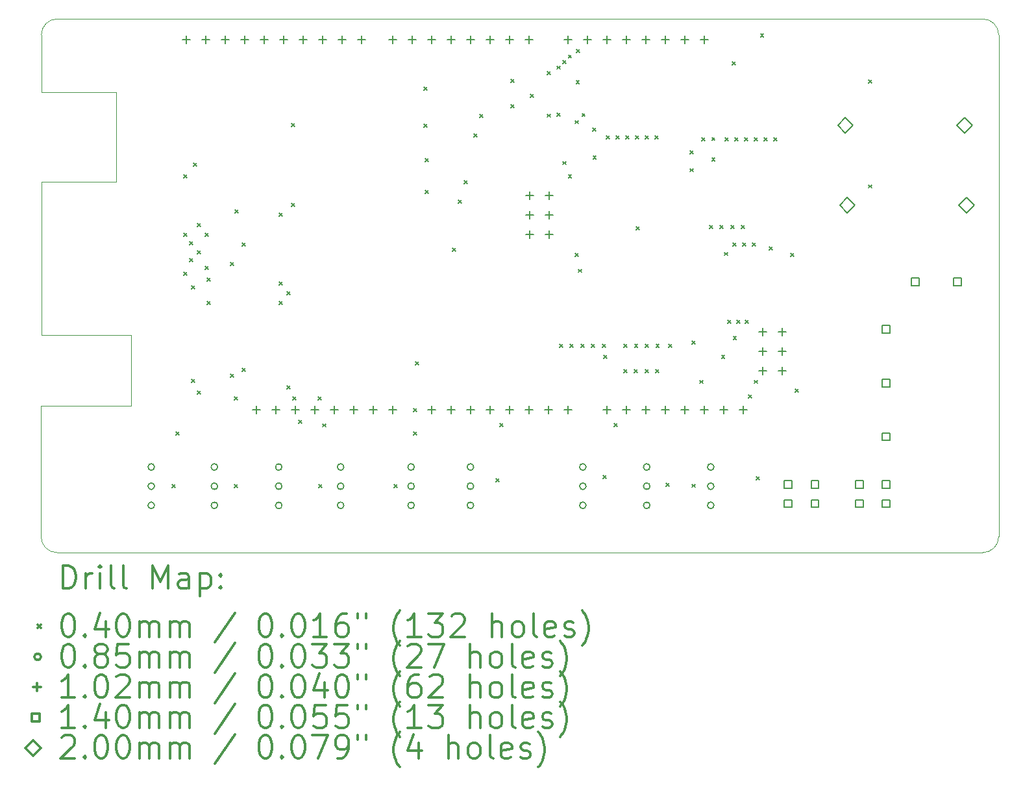
<source format=gbr>
%FSLAX45Y45*%
G04 Gerber Fmt 4.5, Leading zero omitted, Abs format (unit mm)*
G04 Created by KiCad (PCBNEW (5.1.2)-2) date 2020-01-30 23:29:07*
%MOMM*%
%LPD*%
G04 APERTURE LIST*
%ADD10C,0.050000*%
%ADD11C,0.200000*%
%ADD12C,0.300000*%
G04 APERTURE END LIST*
D10*
X8511540Y-9570720D02*
X8511540Y-8822690D01*
X21000720Y-8825200D02*
X21000720Y-15363190D01*
X8718550Y-15572740D02*
G75*
G02X8508980Y-15360635I-20J209565D01*
G01*
X21000735Y-15363190D02*
G75*
G02X20788630Y-15572740I-209565J0D01*
G01*
X20791150Y-8613125D02*
G75*
G02X21000720Y-8825230I20J-209565D01*
G01*
X8511540Y-8822690D02*
G75*
G02X8723645Y-8613120I209565J20D01*
G01*
X9486900Y-9570720D02*
X8511540Y-9570720D01*
X9486900Y-10736580D02*
X9486900Y-9570720D01*
X8511540Y-10736580D02*
X9486900Y-10736580D01*
X8511540Y-12738100D02*
X8511540Y-10736580D01*
X9679940Y-12738100D02*
X8511540Y-12738100D01*
X9679940Y-13660120D02*
X9679940Y-12738100D01*
X8509000Y-13660120D02*
X9679940Y-13660120D01*
X8509000Y-13883640D02*
X8509000Y-13660120D01*
X20791150Y-8613125D02*
X8723645Y-8613140D01*
X8718550Y-15572740D02*
X20788630Y-15572740D01*
X8509000Y-13883640D02*
X8508980Y-15360635D01*
D11*
X10216200Y-14686600D02*
X10256200Y-14726600D01*
X10256200Y-14686600D02*
X10216200Y-14726600D01*
X10267000Y-14000800D02*
X10307000Y-14040800D01*
X10307000Y-14000800D02*
X10267000Y-14040800D01*
X10368600Y-10648000D02*
X10408600Y-10688000D01*
X10408600Y-10648000D02*
X10368600Y-10688000D01*
X10368600Y-11410000D02*
X10408600Y-11450000D01*
X10408600Y-11410000D02*
X10368600Y-11450000D01*
X10368600Y-11918000D02*
X10408600Y-11958000D01*
X10408600Y-11918000D02*
X10368600Y-11958000D01*
X10444800Y-11520000D02*
X10484800Y-11560000D01*
X10484800Y-11520000D02*
X10444800Y-11560000D01*
X10444800Y-11740200D02*
X10484800Y-11780200D01*
X10484800Y-11740200D02*
X10444800Y-11780200D01*
X10470200Y-12095800D02*
X10510200Y-12135800D01*
X10510200Y-12095800D02*
X10470200Y-12135800D01*
X10470200Y-13315000D02*
X10510200Y-13355000D01*
X10510200Y-13315000D02*
X10470200Y-13355000D01*
X10495600Y-10495600D02*
X10535600Y-10535600D01*
X10535600Y-10495600D02*
X10495600Y-10535600D01*
X10546400Y-11283000D02*
X10586400Y-11323000D01*
X10586400Y-11283000D02*
X10546400Y-11323000D01*
X10546400Y-11638600D02*
X10586400Y-11678600D01*
X10586400Y-11638600D02*
X10546400Y-11678600D01*
X10546400Y-13467400D02*
X10586400Y-13507400D01*
X10586400Y-13467400D02*
X10546400Y-13507400D01*
X10648000Y-11410000D02*
X10688000Y-11450000D01*
X10688000Y-11410000D02*
X10648000Y-11450000D01*
X10648000Y-11841800D02*
X10688000Y-11881800D01*
X10688000Y-11841800D02*
X10648000Y-11881800D01*
X10673400Y-11990500D02*
X10713400Y-12030500D01*
X10713400Y-11990500D02*
X10673400Y-12030500D01*
X10673400Y-12299000D02*
X10713400Y-12339000D01*
X10713400Y-12299000D02*
X10673400Y-12339000D01*
X10978200Y-11791000D02*
X11018200Y-11831000D01*
X11018200Y-11791000D02*
X10978200Y-11831000D01*
X10978200Y-13242500D02*
X11018200Y-13282500D01*
X11018200Y-13242500D02*
X10978200Y-13282500D01*
X11029000Y-13543600D02*
X11069000Y-13583600D01*
X11069000Y-13543600D02*
X11029000Y-13583600D01*
X11029000Y-14686600D02*
X11069000Y-14726600D01*
X11069000Y-14686600D02*
X11029000Y-14726600D01*
X11041700Y-11105200D02*
X11081700Y-11145200D01*
X11081700Y-11105200D02*
X11041700Y-11145200D01*
X11130600Y-11537000D02*
X11170600Y-11577000D01*
X11170600Y-11537000D02*
X11130600Y-11577000D01*
X11130600Y-13170000D02*
X11170600Y-13210000D01*
X11170600Y-13170000D02*
X11130600Y-13210000D01*
X11613200Y-11143300D02*
X11653200Y-11183300D01*
X11653200Y-11143300D02*
X11613200Y-11183300D01*
X11613200Y-12045000D02*
X11653200Y-12085000D01*
X11653200Y-12045000D02*
X11613200Y-12085000D01*
X11613200Y-12299000D02*
X11653200Y-12339000D01*
X11653200Y-12299000D02*
X11613200Y-12339000D01*
X11714800Y-12172000D02*
X11754800Y-12212000D01*
X11754800Y-12172000D02*
X11714800Y-12212000D01*
X11714800Y-13394900D02*
X11754800Y-13434900D01*
X11754800Y-13394900D02*
X11714800Y-13434900D01*
X11778300Y-9974900D02*
X11818300Y-10014900D01*
X11818300Y-9974900D02*
X11778300Y-10014900D01*
X11778300Y-11016300D02*
X11818300Y-11056300D01*
X11818300Y-11016300D02*
X11778300Y-11056300D01*
X11790965Y-13543249D02*
X11830965Y-13583249D01*
X11830965Y-13543249D02*
X11790965Y-13583249D01*
X11867200Y-13848400D02*
X11907200Y-13888400D01*
X11907200Y-13848400D02*
X11867200Y-13888400D01*
X12120849Y-13543249D02*
X12160849Y-13583249D01*
X12160849Y-13543249D02*
X12120849Y-13583249D01*
X12133392Y-14684314D02*
X12173392Y-14724314D01*
X12173392Y-14684314D02*
X12133392Y-14724314D01*
X12184700Y-13892342D02*
X12224700Y-13932342D01*
X12224700Y-13892342D02*
X12184700Y-13932342D01*
X13111800Y-14686600D02*
X13151800Y-14726600D01*
X13151800Y-14686600D02*
X13111800Y-14726600D01*
X13365800Y-13696000D02*
X13405800Y-13736000D01*
X13405800Y-13696000D02*
X13365800Y-13736000D01*
X13365800Y-14000800D02*
X13405800Y-14040800D01*
X13405800Y-14000800D02*
X13365800Y-14040800D01*
X13391200Y-13086400D02*
X13431200Y-13126400D01*
X13431200Y-13086400D02*
X13391200Y-13126400D01*
X13505500Y-9505000D02*
X13545500Y-9545000D01*
X13545500Y-9505000D02*
X13505500Y-9545000D01*
X13505500Y-9987600D02*
X13545500Y-10027600D01*
X13545500Y-9987600D02*
X13505500Y-10027600D01*
X13518200Y-10432100D02*
X13558200Y-10472100D01*
X13558200Y-10432100D02*
X13518200Y-10472100D01*
X13518200Y-10851200D02*
X13558200Y-10891200D01*
X13558200Y-10851200D02*
X13518200Y-10891200D01*
X13873800Y-11600500D02*
X13913800Y-11640500D01*
X13913800Y-11600500D02*
X13873800Y-11640500D01*
X13950000Y-10978200D02*
X13990000Y-11018200D01*
X13990000Y-10978200D02*
X13950000Y-11018200D01*
X14026200Y-10724200D02*
X14066200Y-10764200D01*
X14066200Y-10724200D02*
X14026200Y-10764200D01*
X14153200Y-10114600D02*
X14193200Y-10154600D01*
X14193200Y-10114600D02*
X14153200Y-10154600D01*
X14229400Y-9860600D02*
X14269400Y-9900600D01*
X14269400Y-9860600D02*
X14229400Y-9900600D01*
X14445300Y-14610400D02*
X14485300Y-14650400D01*
X14485300Y-14610400D02*
X14445300Y-14650400D01*
X14496100Y-13886500D02*
X14536100Y-13926500D01*
X14536100Y-13886500D02*
X14496100Y-13926500D01*
X14635800Y-9403400D02*
X14675800Y-9443400D01*
X14675800Y-9403400D02*
X14635800Y-9443400D01*
X14635800Y-9733600D02*
X14675800Y-9773600D01*
X14675800Y-9733600D02*
X14635800Y-9773600D01*
X14889800Y-9593900D02*
X14929800Y-9633900D01*
X14929800Y-9593900D02*
X14889800Y-9633900D01*
X15114590Y-9299942D02*
X15154590Y-9339942D01*
X15154590Y-9299942D02*
X15114590Y-9339942D01*
X15114590Y-9854250D02*
X15154590Y-9894250D01*
X15154590Y-9854250D02*
X15114590Y-9894250D01*
X15239191Y-9227442D02*
X15279191Y-9267442D01*
X15279191Y-9227442D02*
X15239191Y-9267442D01*
X15241370Y-9842820D02*
X15281370Y-9882820D01*
X15281370Y-9842820D02*
X15241370Y-9882820D01*
X15270800Y-12854388D02*
X15310800Y-12894388D01*
X15310800Y-12854388D02*
X15270800Y-12894388D01*
X15313870Y-9157240D02*
X15353870Y-9197240D01*
X15353870Y-9157240D02*
X15313870Y-9197240D01*
X15313870Y-10471470D02*
X15353870Y-10511470D01*
X15353870Y-10471470D02*
X15313870Y-10511470D01*
X15386370Y-9084740D02*
X15426370Y-9124740D01*
X15426370Y-9084740D02*
X15386370Y-9124740D01*
X15386370Y-10648000D02*
X15426370Y-10688000D01*
X15426370Y-10648000D02*
X15386370Y-10688000D01*
X15410500Y-12857800D02*
X15450500Y-12897800D01*
X15450500Y-12857800D02*
X15410500Y-12897800D01*
X15477810Y-9939340D02*
X15517810Y-9979340D01*
X15517810Y-9939340D02*
X15477810Y-9979340D01*
X15477810Y-11669080D02*
X15517810Y-11709080D01*
X15517810Y-11669080D02*
X15477810Y-11709080D01*
X15489240Y-9416100D02*
X15529240Y-9456100D01*
X15529240Y-9416100D02*
X15489240Y-9456100D01*
X15490510Y-9012240D02*
X15530510Y-9052240D01*
X15530510Y-9012240D02*
X15490510Y-9052240D01*
X15518450Y-11878630D02*
X15558450Y-11918630D01*
X15558450Y-11878630D02*
X15518450Y-11918630D01*
X15550500Y-12857800D02*
X15590500Y-12897800D01*
X15590500Y-12857800D02*
X15550500Y-12897800D01*
X15565440Y-9845360D02*
X15605440Y-9885360D01*
X15605440Y-9845360D02*
X15565440Y-9885360D01*
X15690500Y-12857800D02*
X15730500Y-12897800D01*
X15730500Y-12857800D02*
X15690500Y-12897800D01*
X15702600Y-10038400D02*
X15742600Y-10078400D01*
X15742600Y-10038400D02*
X15702600Y-10078400D01*
X15708950Y-10398970D02*
X15748950Y-10438970D01*
X15748950Y-10398970D02*
X15708950Y-10438970D01*
X15830500Y-12857800D02*
X15870500Y-12897800D01*
X15870500Y-12857800D02*
X15830500Y-12897800D01*
X15842300Y-14565950D02*
X15882300Y-14605950D01*
X15882300Y-14565950D02*
X15842300Y-14605950D01*
X15848650Y-12999388D02*
X15888650Y-13039388D01*
X15888650Y-12999388D02*
X15848650Y-13039388D01*
X15880400Y-10140000D02*
X15920400Y-10180000D01*
X15920400Y-10140000D02*
X15880400Y-10180000D01*
X15982000Y-13886500D02*
X16022000Y-13926500D01*
X16022000Y-13886500D02*
X15982000Y-13926500D01*
X16007400Y-10140000D02*
X16047400Y-10180000D01*
X16047400Y-10140000D02*
X16007400Y-10180000D01*
X16109000Y-13188000D02*
X16149000Y-13228000D01*
X16149000Y-13188000D02*
X16109000Y-13228000D01*
X16110500Y-12857800D02*
X16150500Y-12897800D01*
X16150500Y-12857800D02*
X16110500Y-12897800D01*
X16134400Y-10140000D02*
X16174400Y-10180000D01*
X16174400Y-10140000D02*
X16134400Y-10180000D01*
X16248700Y-13188000D02*
X16288700Y-13228000D01*
X16288700Y-13188000D02*
X16248700Y-13228000D01*
X16250500Y-12857800D02*
X16290500Y-12897800D01*
X16290500Y-12857800D02*
X16250500Y-12897800D01*
X16261400Y-10140000D02*
X16301400Y-10180000D01*
X16301400Y-10140000D02*
X16261400Y-10180000D01*
X16274100Y-11321100D02*
X16314100Y-11361100D01*
X16314100Y-11321100D02*
X16274100Y-11361100D01*
X16388400Y-10140000D02*
X16428400Y-10180000D01*
X16428400Y-10140000D02*
X16388400Y-10180000D01*
X16388400Y-13188000D02*
X16428400Y-13228000D01*
X16428400Y-13188000D02*
X16388400Y-13228000D01*
X16390500Y-12857800D02*
X16430500Y-12897800D01*
X16430500Y-12857800D02*
X16390500Y-12897800D01*
X16515400Y-10140000D02*
X16555400Y-10180000D01*
X16555400Y-10140000D02*
X16515400Y-10180000D01*
X16528100Y-13188000D02*
X16568100Y-13228000D01*
X16568100Y-13188000D02*
X16528100Y-13228000D01*
X16530500Y-12857800D02*
X16570500Y-12897800D01*
X16570500Y-12857800D02*
X16530500Y-12897800D01*
X16661450Y-14667550D02*
X16701450Y-14707550D01*
X16701450Y-14667550D02*
X16661450Y-14707550D01*
X16693200Y-12854388D02*
X16733200Y-12894388D01*
X16733200Y-12854388D02*
X16693200Y-12894388D01*
X16972600Y-10330500D02*
X17012600Y-10370500D01*
X17012600Y-10330500D02*
X16972600Y-10370500D01*
X16972600Y-10565450D02*
X17012600Y-10605450D01*
X17012600Y-10565450D02*
X16972600Y-10605450D01*
X16998000Y-12813350D02*
X17038000Y-12853350D01*
X17038000Y-12813350D02*
X16998000Y-12853350D01*
X16998000Y-14680250D02*
X17038000Y-14720250D01*
X17038000Y-14680250D02*
X16998000Y-14720250D01*
X17099600Y-13324499D02*
X17139600Y-13364499D01*
X17139600Y-13324499D02*
X17099600Y-13364499D01*
X17125000Y-10165400D02*
X17165000Y-10205400D01*
X17165000Y-10165400D02*
X17125000Y-10205400D01*
X17226600Y-11308400D02*
X17266600Y-11348400D01*
X17266600Y-11308400D02*
X17226600Y-11348400D01*
X17258350Y-10159050D02*
X17298350Y-10199050D01*
X17298350Y-10159050D02*
X17258350Y-10199050D01*
X17258350Y-10425750D02*
X17298350Y-10465750D01*
X17298350Y-10425750D02*
X17258350Y-10465750D01*
X17366300Y-11308400D02*
X17406300Y-11348400D01*
X17406300Y-11308400D02*
X17366300Y-11348400D01*
X17385350Y-12999388D02*
X17425350Y-13039388D01*
X17425350Y-12999388D02*
X17385350Y-13039388D01*
X17423450Y-11657650D02*
X17463450Y-11697650D01*
X17463450Y-11657650D02*
X17423450Y-11697650D01*
X17429800Y-10165400D02*
X17469800Y-10205400D01*
X17469800Y-10165400D02*
X17429800Y-10205400D01*
X17467900Y-12540300D02*
X17507900Y-12580300D01*
X17507900Y-12540300D02*
X17467900Y-12580300D01*
X17506000Y-11308400D02*
X17546000Y-11348400D01*
X17546000Y-11308400D02*
X17506000Y-11348400D01*
X17525050Y-9174800D02*
X17565050Y-9214800D01*
X17565050Y-9174800D02*
X17525050Y-9214800D01*
X17531400Y-11537000D02*
X17571400Y-11577000D01*
X17571400Y-11537000D02*
X17531400Y-11577000D01*
X17537750Y-12756200D02*
X17577750Y-12796200D01*
X17577750Y-12756200D02*
X17537750Y-12796200D01*
X17556800Y-10165400D02*
X17596800Y-10205400D01*
X17596800Y-10165400D02*
X17556800Y-10205400D01*
X17582200Y-12540300D02*
X17622200Y-12580300D01*
X17622200Y-12540300D02*
X17582200Y-12580300D01*
X17645700Y-11308400D02*
X17685700Y-11348400D01*
X17685700Y-11308400D02*
X17645700Y-11348400D01*
X17658400Y-11537000D02*
X17698400Y-11577000D01*
X17698400Y-11537000D02*
X17658400Y-11577000D01*
X17683800Y-10165400D02*
X17723800Y-10205400D01*
X17723800Y-10165400D02*
X17683800Y-10205400D01*
X17696500Y-12540300D02*
X17736500Y-12580300D01*
X17736500Y-12540300D02*
X17696500Y-12580300D01*
X17734600Y-13518200D02*
X17774600Y-13558200D01*
X17774600Y-13518200D02*
X17734600Y-13558200D01*
X17785400Y-11537000D02*
X17825400Y-11577000D01*
X17825400Y-11537000D02*
X17785400Y-11577000D01*
X17810800Y-10165400D02*
X17850800Y-10205400D01*
X17850800Y-10165400D02*
X17810800Y-10205400D01*
X17810800Y-13324499D02*
X17850800Y-13364499D01*
X17850800Y-13324499D02*
X17810800Y-13364499D01*
X17836200Y-14585000D02*
X17876200Y-14625000D01*
X17876200Y-14585000D02*
X17836200Y-14625000D01*
X17893350Y-8806500D02*
X17933350Y-8846500D01*
X17933350Y-8806500D02*
X17893350Y-8846500D01*
X17937800Y-10165400D02*
X17977800Y-10205400D01*
X17977800Y-10165400D02*
X17937800Y-10205400D01*
X18007650Y-11585150D02*
X18047650Y-11625150D01*
X18047650Y-11585150D02*
X18007650Y-11625150D01*
X18064800Y-10165400D02*
X18104800Y-10205400D01*
X18104800Y-10165400D02*
X18064800Y-10205400D01*
X18287050Y-11670350D02*
X18327050Y-11710350D01*
X18327050Y-11670350D02*
X18287050Y-11710350D01*
X18344200Y-13442000D02*
X18384200Y-13482000D01*
X18384200Y-13442000D02*
X18344200Y-13482000D01*
X19305590Y-9412290D02*
X19345590Y-9452290D01*
X19345590Y-9412290D02*
X19305590Y-9452290D01*
X19305590Y-10776270D02*
X19345590Y-10816270D01*
X19345590Y-10776270D02*
X19305590Y-10816270D01*
X13378262Y-14456282D02*
G75*
G03X13378262Y-14456282I-42500J0D01*
G01*
X13378262Y-14706282D02*
G75*
G03X13378262Y-14706282I-42500J0D01*
G01*
X13378262Y-14956282D02*
G75*
G03X13378262Y-14956282I-42500J0D01*
G01*
X14151692Y-14456282D02*
G75*
G03X14151692Y-14456282I-42500J0D01*
G01*
X14151692Y-14706282D02*
G75*
G03X14151692Y-14706282I-42500J0D01*
G01*
X14151692Y-14956282D02*
G75*
G03X14151692Y-14956282I-42500J0D01*
G01*
X11651800Y-14456282D02*
G75*
G03X11651800Y-14456282I-42500J0D01*
G01*
X11651800Y-14706282D02*
G75*
G03X11651800Y-14706282I-42500J0D01*
G01*
X11651800Y-14956282D02*
G75*
G03X11651800Y-14956282I-42500J0D01*
G01*
X15617780Y-14456282D02*
G75*
G03X15617780Y-14456282I-42500J0D01*
G01*
X15617780Y-14706282D02*
G75*
G03X15617780Y-14706282I-42500J0D01*
G01*
X15617780Y-14956282D02*
G75*
G03X15617780Y-14956282I-42500J0D01*
G01*
X9988886Y-14456282D02*
G75*
G03X9988886Y-14456282I-42500J0D01*
G01*
X9988886Y-14706282D02*
G75*
G03X9988886Y-14706282I-42500J0D01*
G01*
X9988886Y-14956282D02*
G75*
G03X9988886Y-14956282I-42500J0D01*
G01*
X17286052Y-14456282D02*
G75*
G03X17286052Y-14456282I-42500J0D01*
G01*
X17286052Y-14706282D02*
G75*
G03X17286052Y-14706282I-42500J0D01*
G01*
X17286052Y-14956282D02*
G75*
G03X17286052Y-14956282I-42500J0D01*
G01*
X10812269Y-14456282D02*
G75*
G03X10812269Y-14456282I-42500J0D01*
G01*
X10812269Y-14706282D02*
G75*
G03X10812269Y-14706282I-42500J0D01*
G01*
X10812269Y-14956282D02*
G75*
G03X10812269Y-14956282I-42500J0D01*
G01*
X16451916Y-14456282D02*
G75*
G03X16451916Y-14456282I-42500J0D01*
G01*
X16451916Y-14706282D02*
G75*
G03X16451916Y-14706282I-42500J0D01*
G01*
X16451916Y-14956282D02*
G75*
G03X16451916Y-14956282I-42500J0D01*
G01*
X12459036Y-14456282D02*
G75*
G03X12459036Y-14456282I-42500J0D01*
G01*
X12459036Y-14706282D02*
G75*
G03X12459036Y-14706282I-42500J0D01*
G01*
X12459036Y-14956282D02*
G75*
G03X12459036Y-14956282I-42500J0D01*
G01*
X10403078Y-8832088D02*
X10403078Y-8933688D01*
X10352278Y-8882888D02*
X10453878Y-8882888D01*
X10657078Y-8832088D02*
X10657078Y-8933688D01*
X10606278Y-8882888D02*
X10707878Y-8882888D01*
X10911078Y-8832088D02*
X10911078Y-8933688D01*
X10860278Y-8882888D02*
X10961878Y-8882888D01*
X11165078Y-8832088D02*
X11165078Y-8933688D01*
X11114278Y-8882888D02*
X11215878Y-8882888D01*
X11317478Y-13658088D02*
X11317478Y-13759688D01*
X11266678Y-13708888D02*
X11368278Y-13708888D01*
X11419078Y-8832088D02*
X11419078Y-8933688D01*
X11368278Y-8882888D02*
X11469878Y-8882888D01*
X11571478Y-13658088D02*
X11571478Y-13759688D01*
X11520678Y-13708888D02*
X11622278Y-13708888D01*
X11673078Y-8832088D02*
X11673078Y-8933688D01*
X11622278Y-8882888D02*
X11723878Y-8882888D01*
X11825478Y-13658088D02*
X11825478Y-13759688D01*
X11774678Y-13708888D02*
X11876278Y-13708888D01*
X11927078Y-8832088D02*
X11927078Y-8933688D01*
X11876278Y-8882888D02*
X11977878Y-8882888D01*
X12079478Y-13658088D02*
X12079478Y-13759688D01*
X12028678Y-13708888D02*
X12130278Y-13708888D01*
X12181078Y-8832088D02*
X12181078Y-8933688D01*
X12130278Y-8882888D02*
X12231878Y-8882888D01*
X12333478Y-13658088D02*
X12333478Y-13759688D01*
X12282678Y-13708888D02*
X12384278Y-13708888D01*
X12435078Y-8832088D02*
X12435078Y-8933688D01*
X12384278Y-8882888D02*
X12485878Y-8882888D01*
X12587478Y-13658088D02*
X12587478Y-13759688D01*
X12536678Y-13708888D02*
X12638278Y-13708888D01*
X12689078Y-8832088D02*
X12689078Y-8933688D01*
X12638278Y-8882888D02*
X12739878Y-8882888D01*
X12841478Y-13658088D02*
X12841478Y-13759688D01*
X12790678Y-13708888D02*
X12892278Y-13708888D01*
X13095478Y-8832088D02*
X13095478Y-8933688D01*
X13044678Y-8882888D02*
X13146278Y-8882888D01*
X13095478Y-13658088D02*
X13095478Y-13759688D01*
X13044678Y-13708888D02*
X13146278Y-13708888D01*
X13349478Y-8832088D02*
X13349478Y-8933688D01*
X13298678Y-8882888D02*
X13400278Y-8882888D01*
X13603478Y-8832088D02*
X13603478Y-8933688D01*
X13552678Y-8882888D02*
X13654278Y-8882888D01*
X13603478Y-13658088D02*
X13603478Y-13759688D01*
X13552678Y-13708888D02*
X13654278Y-13708888D01*
X13857478Y-8832088D02*
X13857478Y-8933688D01*
X13806678Y-8882888D02*
X13908278Y-8882888D01*
X13857478Y-13658088D02*
X13857478Y-13759688D01*
X13806678Y-13708888D02*
X13908278Y-13708888D01*
X14111478Y-8832088D02*
X14111478Y-8933688D01*
X14060678Y-8882888D02*
X14162278Y-8882888D01*
X14111478Y-13658088D02*
X14111478Y-13759688D01*
X14060678Y-13708888D02*
X14162278Y-13708888D01*
X14365478Y-8832088D02*
X14365478Y-8933688D01*
X14314678Y-8882888D02*
X14416278Y-8882888D01*
X14365478Y-13658088D02*
X14365478Y-13759688D01*
X14314678Y-13708888D02*
X14416278Y-13708888D01*
X14619478Y-8832088D02*
X14619478Y-8933688D01*
X14568678Y-8882888D02*
X14670278Y-8882888D01*
X14619478Y-13658088D02*
X14619478Y-13759688D01*
X14568678Y-13708888D02*
X14670278Y-13708888D01*
X14873478Y-8832088D02*
X14873478Y-8933688D01*
X14822678Y-8882888D02*
X14924278Y-8882888D01*
X14873478Y-13658088D02*
X14873478Y-13759688D01*
X14822678Y-13708888D02*
X14924278Y-13708888D01*
X14886178Y-10864088D02*
X14886178Y-10965688D01*
X14835378Y-10914888D02*
X14936978Y-10914888D01*
X14886178Y-11118088D02*
X14886178Y-11219688D01*
X14835378Y-11168888D02*
X14936978Y-11168888D01*
X14886178Y-11372088D02*
X14886178Y-11473688D01*
X14835378Y-11422888D02*
X14936978Y-11422888D01*
X15127478Y-13658088D02*
X15127478Y-13759688D01*
X15076678Y-13708888D02*
X15178278Y-13708888D01*
X15140178Y-10864088D02*
X15140178Y-10965688D01*
X15089378Y-10914888D02*
X15190978Y-10914888D01*
X15140178Y-11118088D02*
X15140178Y-11219688D01*
X15089378Y-11168888D02*
X15190978Y-11168888D01*
X15140178Y-11372088D02*
X15140178Y-11473688D01*
X15089378Y-11422888D02*
X15190978Y-11422888D01*
X15381478Y-8832088D02*
X15381478Y-8933688D01*
X15330678Y-8882888D02*
X15432278Y-8882888D01*
X15381478Y-13658088D02*
X15381478Y-13759688D01*
X15330678Y-13708888D02*
X15432278Y-13708888D01*
X15635478Y-8832088D02*
X15635478Y-8933688D01*
X15584678Y-8882888D02*
X15686278Y-8882888D01*
X15889478Y-8832088D02*
X15889478Y-8933688D01*
X15838678Y-8882888D02*
X15940278Y-8882888D01*
X15889478Y-13658088D02*
X15889478Y-13759688D01*
X15838678Y-13708888D02*
X15940278Y-13708888D01*
X16143478Y-8832088D02*
X16143478Y-8933688D01*
X16092678Y-8882888D02*
X16194278Y-8882888D01*
X16143478Y-13658088D02*
X16143478Y-13759688D01*
X16092678Y-13708888D02*
X16194278Y-13708888D01*
X16397478Y-8832088D02*
X16397478Y-8933688D01*
X16346678Y-8882888D02*
X16448278Y-8882888D01*
X16397478Y-13658088D02*
X16397478Y-13759688D01*
X16346678Y-13708888D02*
X16448278Y-13708888D01*
X16651478Y-8832088D02*
X16651478Y-8933688D01*
X16600678Y-8882888D02*
X16702278Y-8882888D01*
X16651478Y-13658088D02*
X16651478Y-13759688D01*
X16600678Y-13708888D02*
X16702278Y-13708888D01*
X16905478Y-8832088D02*
X16905478Y-8933688D01*
X16854678Y-8882888D02*
X16956278Y-8882888D01*
X16905478Y-13658088D02*
X16905478Y-13759688D01*
X16854678Y-13708888D02*
X16956278Y-13708888D01*
X17159478Y-8832088D02*
X17159478Y-8933688D01*
X17108678Y-8882888D02*
X17210278Y-8882888D01*
X17159478Y-13658088D02*
X17159478Y-13759688D01*
X17108678Y-13708888D02*
X17210278Y-13708888D01*
X17413478Y-13658088D02*
X17413478Y-13759688D01*
X17362678Y-13708888D02*
X17464278Y-13708888D01*
X17667478Y-13658088D02*
X17667478Y-13759688D01*
X17616678Y-13708888D02*
X17718278Y-13708888D01*
X17921478Y-12642088D02*
X17921478Y-12743688D01*
X17870678Y-12692888D02*
X17972278Y-12692888D01*
X17921478Y-12896088D02*
X17921478Y-12997688D01*
X17870678Y-12946888D02*
X17972278Y-12946888D01*
X17921478Y-13150088D02*
X17921478Y-13251688D01*
X17870678Y-13200888D02*
X17972278Y-13200888D01*
X18175478Y-12642088D02*
X18175478Y-12743688D01*
X18124678Y-12692888D02*
X18226278Y-12692888D01*
X18175478Y-12896088D02*
X18175478Y-12997688D01*
X18124678Y-12946888D02*
X18226278Y-12946888D01*
X18175478Y-13150088D02*
X18175478Y-13251688D01*
X18124678Y-13200888D02*
X18226278Y-13200888D01*
X19582098Y-12708898D02*
X19582098Y-12609902D01*
X19483102Y-12609902D01*
X19483102Y-12708898D01*
X19582098Y-12708898D01*
X19582098Y-13409898D02*
X19582098Y-13310902D01*
X19483102Y-13310902D01*
X19483102Y-13409898D01*
X19582098Y-13409898D01*
X19582098Y-14110898D02*
X19582098Y-14011902D01*
X19483102Y-14011902D01*
X19483102Y-14110898D01*
X19582098Y-14110898D01*
X19963098Y-12089098D02*
X19963098Y-11990102D01*
X19864102Y-11990102D01*
X19864102Y-12089098D01*
X19963098Y-12089098D01*
X20513098Y-12089098D02*
X20513098Y-11990102D01*
X20414102Y-11990102D01*
X20414102Y-12089098D01*
X20513098Y-12089098D01*
X18302098Y-14732698D02*
X18302098Y-14633702D01*
X18203102Y-14633702D01*
X18203102Y-14732698D01*
X18302098Y-14732698D01*
X18302098Y-14982698D02*
X18302098Y-14883702D01*
X18203102Y-14883702D01*
X18203102Y-14982698D01*
X18302098Y-14982698D01*
X18652098Y-14732698D02*
X18652098Y-14633702D01*
X18553102Y-14633702D01*
X18553102Y-14732698D01*
X18652098Y-14732698D01*
X18652098Y-14982698D02*
X18652098Y-14883702D01*
X18553102Y-14883702D01*
X18553102Y-14982698D01*
X18652098Y-14982698D01*
X19232098Y-14732698D02*
X19232098Y-14633702D01*
X19133102Y-14633702D01*
X19133102Y-14732698D01*
X19232098Y-14732698D01*
X19232098Y-14982698D02*
X19232098Y-14883702D01*
X19133102Y-14883702D01*
X19133102Y-14982698D01*
X19232098Y-14982698D01*
X19582098Y-14732698D02*
X19582098Y-14633702D01*
X19483102Y-14633702D01*
X19483102Y-14732698D01*
X19582098Y-14732698D01*
X19582098Y-14982698D02*
X19582098Y-14883702D01*
X19483102Y-14883702D01*
X19483102Y-14982698D01*
X19582098Y-14982698D01*
X19026250Y-11141380D02*
X19126250Y-11041380D01*
X19026250Y-10941380D01*
X18926250Y-11041380D01*
X19026250Y-11141380D01*
X20581250Y-11141380D02*
X20681250Y-11041380D01*
X20581250Y-10941380D01*
X20481250Y-11041380D01*
X20581250Y-11141380D01*
X19001250Y-10101250D02*
X19101250Y-10001250D01*
X19001250Y-9901250D01*
X18901250Y-10001250D01*
X19001250Y-10101250D01*
X20556250Y-10101250D02*
X20656250Y-10001250D01*
X20556250Y-9901250D01*
X20456250Y-10001250D01*
X20556250Y-10101250D01*
D12*
X8792893Y-16040970D02*
X8792893Y-15740970D01*
X8864321Y-15740970D01*
X8907178Y-15755255D01*
X8935750Y-15783827D01*
X8950036Y-15812398D01*
X8964321Y-15869541D01*
X8964321Y-15912398D01*
X8950036Y-15969541D01*
X8935750Y-15998113D01*
X8907178Y-16026684D01*
X8864321Y-16040970D01*
X8792893Y-16040970D01*
X9092893Y-16040970D02*
X9092893Y-15840970D01*
X9092893Y-15898113D02*
X9107178Y-15869541D01*
X9121464Y-15855255D01*
X9150036Y-15840970D01*
X9178607Y-15840970D01*
X9278607Y-16040970D02*
X9278607Y-15840970D01*
X9278607Y-15740970D02*
X9264321Y-15755255D01*
X9278607Y-15769541D01*
X9292893Y-15755255D01*
X9278607Y-15740970D01*
X9278607Y-15769541D01*
X9464321Y-16040970D02*
X9435750Y-16026684D01*
X9421464Y-15998113D01*
X9421464Y-15740970D01*
X9621464Y-16040970D02*
X9592893Y-16026684D01*
X9578607Y-15998113D01*
X9578607Y-15740970D01*
X9964321Y-16040970D02*
X9964321Y-15740970D01*
X10064321Y-15955255D01*
X10164321Y-15740970D01*
X10164321Y-16040970D01*
X10435750Y-16040970D02*
X10435750Y-15883827D01*
X10421464Y-15855255D01*
X10392893Y-15840970D01*
X10335750Y-15840970D01*
X10307178Y-15855255D01*
X10435750Y-16026684D02*
X10407178Y-16040970D01*
X10335750Y-16040970D01*
X10307178Y-16026684D01*
X10292893Y-15998113D01*
X10292893Y-15969541D01*
X10307178Y-15940970D01*
X10335750Y-15926684D01*
X10407178Y-15926684D01*
X10435750Y-15912398D01*
X10578607Y-15840970D02*
X10578607Y-16140970D01*
X10578607Y-15855255D02*
X10607178Y-15840970D01*
X10664321Y-15840970D01*
X10692893Y-15855255D01*
X10707178Y-15869541D01*
X10721464Y-15898113D01*
X10721464Y-15983827D01*
X10707178Y-16012398D01*
X10692893Y-16026684D01*
X10664321Y-16040970D01*
X10607178Y-16040970D01*
X10578607Y-16026684D01*
X10850036Y-16012398D02*
X10864321Y-16026684D01*
X10850036Y-16040970D01*
X10835750Y-16026684D01*
X10850036Y-16012398D01*
X10850036Y-16040970D01*
X10850036Y-15855255D02*
X10864321Y-15869541D01*
X10850036Y-15883827D01*
X10835750Y-15869541D01*
X10850036Y-15855255D01*
X10850036Y-15883827D01*
X8466464Y-16515255D02*
X8506464Y-16555255D01*
X8506464Y-16515255D02*
X8466464Y-16555255D01*
X8850036Y-16370970D02*
X8878607Y-16370970D01*
X8907178Y-16385255D01*
X8921464Y-16399541D01*
X8935750Y-16428113D01*
X8950036Y-16485255D01*
X8950036Y-16556684D01*
X8935750Y-16613827D01*
X8921464Y-16642398D01*
X8907178Y-16656684D01*
X8878607Y-16670970D01*
X8850036Y-16670970D01*
X8821464Y-16656684D01*
X8807178Y-16642398D01*
X8792893Y-16613827D01*
X8778607Y-16556684D01*
X8778607Y-16485255D01*
X8792893Y-16428113D01*
X8807178Y-16399541D01*
X8821464Y-16385255D01*
X8850036Y-16370970D01*
X9078607Y-16642398D02*
X9092893Y-16656684D01*
X9078607Y-16670970D01*
X9064321Y-16656684D01*
X9078607Y-16642398D01*
X9078607Y-16670970D01*
X9350036Y-16470970D02*
X9350036Y-16670970D01*
X9278607Y-16356684D02*
X9207178Y-16570970D01*
X9392893Y-16570970D01*
X9564321Y-16370970D02*
X9592893Y-16370970D01*
X9621464Y-16385255D01*
X9635750Y-16399541D01*
X9650036Y-16428113D01*
X9664321Y-16485255D01*
X9664321Y-16556684D01*
X9650036Y-16613827D01*
X9635750Y-16642398D01*
X9621464Y-16656684D01*
X9592893Y-16670970D01*
X9564321Y-16670970D01*
X9535750Y-16656684D01*
X9521464Y-16642398D01*
X9507178Y-16613827D01*
X9492893Y-16556684D01*
X9492893Y-16485255D01*
X9507178Y-16428113D01*
X9521464Y-16399541D01*
X9535750Y-16385255D01*
X9564321Y-16370970D01*
X9792893Y-16670970D02*
X9792893Y-16470970D01*
X9792893Y-16499541D02*
X9807178Y-16485255D01*
X9835750Y-16470970D01*
X9878607Y-16470970D01*
X9907178Y-16485255D01*
X9921464Y-16513827D01*
X9921464Y-16670970D01*
X9921464Y-16513827D02*
X9935750Y-16485255D01*
X9964321Y-16470970D01*
X10007178Y-16470970D01*
X10035750Y-16485255D01*
X10050036Y-16513827D01*
X10050036Y-16670970D01*
X10192893Y-16670970D02*
X10192893Y-16470970D01*
X10192893Y-16499541D02*
X10207178Y-16485255D01*
X10235750Y-16470970D01*
X10278607Y-16470970D01*
X10307178Y-16485255D01*
X10321464Y-16513827D01*
X10321464Y-16670970D01*
X10321464Y-16513827D02*
X10335750Y-16485255D01*
X10364321Y-16470970D01*
X10407178Y-16470970D01*
X10435750Y-16485255D01*
X10450036Y-16513827D01*
X10450036Y-16670970D01*
X11035750Y-16356684D02*
X10778607Y-16742398D01*
X11421464Y-16370970D02*
X11450036Y-16370970D01*
X11478607Y-16385255D01*
X11492893Y-16399541D01*
X11507178Y-16428113D01*
X11521464Y-16485255D01*
X11521464Y-16556684D01*
X11507178Y-16613827D01*
X11492893Y-16642398D01*
X11478607Y-16656684D01*
X11450036Y-16670970D01*
X11421464Y-16670970D01*
X11392893Y-16656684D01*
X11378607Y-16642398D01*
X11364321Y-16613827D01*
X11350036Y-16556684D01*
X11350036Y-16485255D01*
X11364321Y-16428113D01*
X11378607Y-16399541D01*
X11392893Y-16385255D01*
X11421464Y-16370970D01*
X11650036Y-16642398D02*
X11664321Y-16656684D01*
X11650036Y-16670970D01*
X11635750Y-16656684D01*
X11650036Y-16642398D01*
X11650036Y-16670970D01*
X11850036Y-16370970D02*
X11878607Y-16370970D01*
X11907178Y-16385255D01*
X11921464Y-16399541D01*
X11935750Y-16428113D01*
X11950036Y-16485255D01*
X11950036Y-16556684D01*
X11935750Y-16613827D01*
X11921464Y-16642398D01*
X11907178Y-16656684D01*
X11878607Y-16670970D01*
X11850036Y-16670970D01*
X11821464Y-16656684D01*
X11807178Y-16642398D01*
X11792893Y-16613827D01*
X11778607Y-16556684D01*
X11778607Y-16485255D01*
X11792893Y-16428113D01*
X11807178Y-16399541D01*
X11821464Y-16385255D01*
X11850036Y-16370970D01*
X12235750Y-16670970D02*
X12064321Y-16670970D01*
X12150036Y-16670970D02*
X12150036Y-16370970D01*
X12121464Y-16413827D01*
X12092893Y-16442398D01*
X12064321Y-16456684D01*
X12492893Y-16370970D02*
X12435750Y-16370970D01*
X12407178Y-16385255D01*
X12392893Y-16399541D01*
X12364321Y-16442398D01*
X12350036Y-16499541D01*
X12350036Y-16613827D01*
X12364321Y-16642398D01*
X12378607Y-16656684D01*
X12407178Y-16670970D01*
X12464321Y-16670970D01*
X12492893Y-16656684D01*
X12507178Y-16642398D01*
X12521464Y-16613827D01*
X12521464Y-16542398D01*
X12507178Y-16513827D01*
X12492893Y-16499541D01*
X12464321Y-16485255D01*
X12407178Y-16485255D01*
X12378607Y-16499541D01*
X12364321Y-16513827D01*
X12350036Y-16542398D01*
X12635750Y-16370970D02*
X12635750Y-16428113D01*
X12750036Y-16370970D02*
X12750036Y-16428113D01*
X13192893Y-16785256D02*
X13178607Y-16770970D01*
X13150036Y-16728113D01*
X13135750Y-16699541D01*
X13121464Y-16656684D01*
X13107178Y-16585255D01*
X13107178Y-16528113D01*
X13121464Y-16456684D01*
X13135750Y-16413827D01*
X13150036Y-16385255D01*
X13178607Y-16342398D01*
X13192893Y-16328113D01*
X13464321Y-16670970D02*
X13292893Y-16670970D01*
X13378607Y-16670970D02*
X13378607Y-16370970D01*
X13350036Y-16413827D01*
X13321464Y-16442398D01*
X13292893Y-16456684D01*
X13564321Y-16370970D02*
X13750036Y-16370970D01*
X13650036Y-16485255D01*
X13692893Y-16485255D01*
X13721464Y-16499541D01*
X13735750Y-16513827D01*
X13750036Y-16542398D01*
X13750036Y-16613827D01*
X13735750Y-16642398D01*
X13721464Y-16656684D01*
X13692893Y-16670970D01*
X13607178Y-16670970D01*
X13578607Y-16656684D01*
X13564321Y-16642398D01*
X13864321Y-16399541D02*
X13878607Y-16385255D01*
X13907178Y-16370970D01*
X13978607Y-16370970D01*
X14007178Y-16385255D01*
X14021464Y-16399541D01*
X14035750Y-16428113D01*
X14035750Y-16456684D01*
X14021464Y-16499541D01*
X13850036Y-16670970D01*
X14035750Y-16670970D01*
X14392893Y-16670970D02*
X14392893Y-16370970D01*
X14521464Y-16670970D02*
X14521464Y-16513827D01*
X14507178Y-16485255D01*
X14478607Y-16470970D01*
X14435750Y-16470970D01*
X14407178Y-16485255D01*
X14392893Y-16499541D01*
X14707178Y-16670970D02*
X14678607Y-16656684D01*
X14664321Y-16642398D01*
X14650036Y-16613827D01*
X14650036Y-16528113D01*
X14664321Y-16499541D01*
X14678607Y-16485255D01*
X14707178Y-16470970D01*
X14750036Y-16470970D01*
X14778607Y-16485255D01*
X14792893Y-16499541D01*
X14807178Y-16528113D01*
X14807178Y-16613827D01*
X14792893Y-16642398D01*
X14778607Y-16656684D01*
X14750036Y-16670970D01*
X14707178Y-16670970D01*
X14978607Y-16670970D02*
X14950036Y-16656684D01*
X14935750Y-16628113D01*
X14935750Y-16370970D01*
X15207178Y-16656684D02*
X15178607Y-16670970D01*
X15121464Y-16670970D01*
X15092893Y-16656684D01*
X15078607Y-16628113D01*
X15078607Y-16513827D01*
X15092893Y-16485255D01*
X15121464Y-16470970D01*
X15178607Y-16470970D01*
X15207178Y-16485255D01*
X15221464Y-16513827D01*
X15221464Y-16542398D01*
X15078607Y-16570970D01*
X15335750Y-16656684D02*
X15364321Y-16670970D01*
X15421464Y-16670970D01*
X15450036Y-16656684D01*
X15464321Y-16628113D01*
X15464321Y-16613827D01*
X15450036Y-16585255D01*
X15421464Y-16570970D01*
X15378607Y-16570970D01*
X15350036Y-16556684D01*
X15335750Y-16528113D01*
X15335750Y-16513827D01*
X15350036Y-16485255D01*
X15378607Y-16470970D01*
X15421464Y-16470970D01*
X15450036Y-16485255D01*
X15564321Y-16785256D02*
X15578607Y-16770970D01*
X15607178Y-16728113D01*
X15621464Y-16699541D01*
X15635750Y-16656684D01*
X15650036Y-16585255D01*
X15650036Y-16528113D01*
X15635750Y-16456684D01*
X15621464Y-16413827D01*
X15607178Y-16385255D01*
X15578607Y-16342398D01*
X15564321Y-16328113D01*
X8506464Y-16931256D02*
G75*
G03X8506464Y-16931256I-42500J0D01*
G01*
X8850036Y-16766970D02*
X8878607Y-16766970D01*
X8907178Y-16781256D01*
X8921464Y-16795541D01*
X8935750Y-16824113D01*
X8950036Y-16881256D01*
X8950036Y-16952684D01*
X8935750Y-17009827D01*
X8921464Y-17038398D01*
X8907178Y-17052684D01*
X8878607Y-17066970D01*
X8850036Y-17066970D01*
X8821464Y-17052684D01*
X8807178Y-17038398D01*
X8792893Y-17009827D01*
X8778607Y-16952684D01*
X8778607Y-16881256D01*
X8792893Y-16824113D01*
X8807178Y-16795541D01*
X8821464Y-16781256D01*
X8850036Y-16766970D01*
X9078607Y-17038398D02*
X9092893Y-17052684D01*
X9078607Y-17066970D01*
X9064321Y-17052684D01*
X9078607Y-17038398D01*
X9078607Y-17066970D01*
X9264321Y-16895541D02*
X9235750Y-16881256D01*
X9221464Y-16866970D01*
X9207178Y-16838398D01*
X9207178Y-16824113D01*
X9221464Y-16795541D01*
X9235750Y-16781256D01*
X9264321Y-16766970D01*
X9321464Y-16766970D01*
X9350036Y-16781256D01*
X9364321Y-16795541D01*
X9378607Y-16824113D01*
X9378607Y-16838398D01*
X9364321Y-16866970D01*
X9350036Y-16881256D01*
X9321464Y-16895541D01*
X9264321Y-16895541D01*
X9235750Y-16909827D01*
X9221464Y-16924113D01*
X9207178Y-16952684D01*
X9207178Y-17009827D01*
X9221464Y-17038398D01*
X9235750Y-17052684D01*
X9264321Y-17066970D01*
X9321464Y-17066970D01*
X9350036Y-17052684D01*
X9364321Y-17038398D01*
X9378607Y-17009827D01*
X9378607Y-16952684D01*
X9364321Y-16924113D01*
X9350036Y-16909827D01*
X9321464Y-16895541D01*
X9650036Y-16766970D02*
X9507178Y-16766970D01*
X9492893Y-16909827D01*
X9507178Y-16895541D01*
X9535750Y-16881256D01*
X9607178Y-16881256D01*
X9635750Y-16895541D01*
X9650036Y-16909827D01*
X9664321Y-16938398D01*
X9664321Y-17009827D01*
X9650036Y-17038398D01*
X9635750Y-17052684D01*
X9607178Y-17066970D01*
X9535750Y-17066970D01*
X9507178Y-17052684D01*
X9492893Y-17038398D01*
X9792893Y-17066970D02*
X9792893Y-16866970D01*
X9792893Y-16895541D02*
X9807178Y-16881256D01*
X9835750Y-16866970D01*
X9878607Y-16866970D01*
X9907178Y-16881256D01*
X9921464Y-16909827D01*
X9921464Y-17066970D01*
X9921464Y-16909827D02*
X9935750Y-16881256D01*
X9964321Y-16866970D01*
X10007178Y-16866970D01*
X10035750Y-16881256D01*
X10050036Y-16909827D01*
X10050036Y-17066970D01*
X10192893Y-17066970D02*
X10192893Y-16866970D01*
X10192893Y-16895541D02*
X10207178Y-16881256D01*
X10235750Y-16866970D01*
X10278607Y-16866970D01*
X10307178Y-16881256D01*
X10321464Y-16909827D01*
X10321464Y-17066970D01*
X10321464Y-16909827D02*
X10335750Y-16881256D01*
X10364321Y-16866970D01*
X10407178Y-16866970D01*
X10435750Y-16881256D01*
X10450036Y-16909827D01*
X10450036Y-17066970D01*
X11035750Y-16752684D02*
X10778607Y-17138398D01*
X11421464Y-16766970D02*
X11450036Y-16766970D01*
X11478607Y-16781256D01*
X11492893Y-16795541D01*
X11507178Y-16824113D01*
X11521464Y-16881256D01*
X11521464Y-16952684D01*
X11507178Y-17009827D01*
X11492893Y-17038398D01*
X11478607Y-17052684D01*
X11450036Y-17066970D01*
X11421464Y-17066970D01*
X11392893Y-17052684D01*
X11378607Y-17038398D01*
X11364321Y-17009827D01*
X11350036Y-16952684D01*
X11350036Y-16881256D01*
X11364321Y-16824113D01*
X11378607Y-16795541D01*
X11392893Y-16781256D01*
X11421464Y-16766970D01*
X11650036Y-17038398D02*
X11664321Y-17052684D01*
X11650036Y-17066970D01*
X11635750Y-17052684D01*
X11650036Y-17038398D01*
X11650036Y-17066970D01*
X11850036Y-16766970D02*
X11878607Y-16766970D01*
X11907178Y-16781256D01*
X11921464Y-16795541D01*
X11935750Y-16824113D01*
X11950036Y-16881256D01*
X11950036Y-16952684D01*
X11935750Y-17009827D01*
X11921464Y-17038398D01*
X11907178Y-17052684D01*
X11878607Y-17066970D01*
X11850036Y-17066970D01*
X11821464Y-17052684D01*
X11807178Y-17038398D01*
X11792893Y-17009827D01*
X11778607Y-16952684D01*
X11778607Y-16881256D01*
X11792893Y-16824113D01*
X11807178Y-16795541D01*
X11821464Y-16781256D01*
X11850036Y-16766970D01*
X12050036Y-16766970D02*
X12235750Y-16766970D01*
X12135750Y-16881256D01*
X12178607Y-16881256D01*
X12207178Y-16895541D01*
X12221464Y-16909827D01*
X12235750Y-16938398D01*
X12235750Y-17009827D01*
X12221464Y-17038398D01*
X12207178Y-17052684D01*
X12178607Y-17066970D01*
X12092893Y-17066970D01*
X12064321Y-17052684D01*
X12050036Y-17038398D01*
X12335750Y-16766970D02*
X12521464Y-16766970D01*
X12421464Y-16881256D01*
X12464321Y-16881256D01*
X12492893Y-16895541D01*
X12507178Y-16909827D01*
X12521464Y-16938398D01*
X12521464Y-17009827D01*
X12507178Y-17038398D01*
X12492893Y-17052684D01*
X12464321Y-17066970D01*
X12378607Y-17066970D01*
X12350036Y-17052684D01*
X12335750Y-17038398D01*
X12635750Y-16766970D02*
X12635750Y-16824113D01*
X12750036Y-16766970D02*
X12750036Y-16824113D01*
X13192893Y-17181256D02*
X13178607Y-17166970D01*
X13150036Y-17124113D01*
X13135750Y-17095541D01*
X13121464Y-17052684D01*
X13107178Y-16981256D01*
X13107178Y-16924113D01*
X13121464Y-16852684D01*
X13135750Y-16809827D01*
X13150036Y-16781256D01*
X13178607Y-16738398D01*
X13192893Y-16724113D01*
X13292893Y-16795541D02*
X13307178Y-16781256D01*
X13335750Y-16766970D01*
X13407178Y-16766970D01*
X13435750Y-16781256D01*
X13450036Y-16795541D01*
X13464321Y-16824113D01*
X13464321Y-16852684D01*
X13450036Y-16895541D01*
X13278607Y-17066970D01*
X13464321Y-17066970D01*
X13564321Y-16766970D02*
X13764321Y-16766970D01*
X13635750Y-17066970D01*
X14107178Y-17066970D02*
X14107178Y-16766970D01*
X14235750Y-17066970D02*
X14235750Y-16909827D01*
X14221464Y-16881256D01*
X14192893Y-16866970D01*
X14150036Y-16866970D01*
X14121464Y-16881256D01*
X14107178Y-16895541D01*
X14421464Y-17066970D02*
X14392893Y-17052684D01*
X14378607Y-17038398D01*
X14364321Y-17009827D01*
X14364321Y-16924113D01*
X14378607Y-16895541D01*
X14392893Y-16881256D01*
X14421464Y-16866970D01*
X14464321Y-16866970D01*
X14492893Y-16881256D01*
X14507178Y-16895541D01*
X14521464Y-16924113D01*
X14521464Y-17009827D01*
X14507178Y-17038398D01*
X14492893Y-17052684D01*
X14464321Y-17066970D01*
X14421464Y-17066970D01*
X14692893Y-17066970D02*
X14664321Y-17052684D01*
X14650036Y-17024113D01*
X14650036Y-16766970D01*
X14921464Y-17052684D02*
X14892893Y-17066970D01*
X14835750Y-17066970D01*
X14807178Y-17052684D01*
X14792893Y-17024113D01*
X14792893Y-16909827D01*
X14807178Y-16881256D01*
X14835750Y-16866970D01*
X14892893Y-16866970D01*
X14921464Y-16881256D01*
X14935750Y-16909827D01*
X14935750Y-16938398D01*
X14792893Y-16966970D01*
X15050036Y-17052684D02*
X15078607Y-17066970D01*
X15135750Y-17066970D01*
X15164321Y-17052684D01*
X15178607Y-17024113D01*
X15178607Y-17009827D01*
X15164321Y-16981256D01*
X15135750Y-16966970D01*
X15092893Y-16966970D01*
X15064321Y-16952684D01*
X15050036Y-16924113D01*
X15050036Y-16909827D01*
X15064321Y-16881256D01*
X15092893Y-16866970D01*
X15135750Y-16866970D01*
X15164321Y-16881256D01*
X15278607Y-17181256D02*
X15292893Y-17166970D01*
X15321464Y-17124113D01*
X15335750Y-17095541D01*
X15350036Y-17052684D01*
X15364321Y-16981256D01*
X15364321Y-16924113D01*
X15350036Y-16852684D01*
X15335750Y-16809827D01*
X15321464Y-16781256D01*
X15292893Y-16738398D01*
X15278607Y-16724113D01*
X8455664Y-17276456D02*
X8455664Y-17378056D01*
X8404864Y-17327256D02*
X8506464Y-17327256D01*
X8950036Y-17462970D02*
X8778607Y-17462970D01*
X8864321Y-17462970D02*
X8864321Y-17162970D01*
X8835750Y-17205827D01*
X8807178Y-17234398D01*
X8778607Y-17248684D01*
X9078607Y-17434398D02*
X9092893Y-17448684D01*
X9078607Y-17462970D01*
X9064321Y-17448684D01*
X9078607Y-17434398D01*
X9078607Y-17462970D01*
X9278607Y-17162970D02*
X9307178Y-17162970D01*
X9335750Y-17177256D01*
X9350036Y-17191541D01*
X9364321Y-17220113D01*
X9378607Y-17277256D01*
X9378607Y-17348684D01*
X9364321Y-17405827D01*
X9350036Y-17434398D01*
X9335750Y-17448684D01*
X9307178Y-17462970D01*
X9278607Y-17462970D01*
X9250036Y-17448684D01*
X9235750Y-17434398D01*
X9221464Y-17405827D01*
X9207178Y-17348684D01*
X9207178Y-17277256D01*
X9221464Y-17220113D01*
X9235750Y-17191541D01*
X9250036Y-17177256D01*
X9278607Y-17162970D01*
X9492893Y-17191541D02*
X9507178Y-17177256D01*
X9535750Y-17162970D01*
X9607178Y-17162970D01*
X9635750Y-17177256D01*
X9650036Y-17191541D01*
X9664321Y-17220113D01*
X9664321Y-17248684D01*
X9650036Y-17291541D01*
X9478607Y-17462970D01*
X9664321Y-17462970D01*
X9792893Y-17462970D02*
X9792893Y-17262970D01*
X9792893Y-17291541D02*
X9807178Y-17277256D01*
X9835750Y-17262970D01*
X9878607Y-17262970D01*
X9907178Y-17277256D01*
X9921464Y-17305827D01*
X9921464Y-17462970D01*
X9921464Y-17305827D02*
X9935750Y-17277256D01*
X9964321Y-17262970D01*
X10007178Y-17262970D01*
X10035750Y-17277256D01*
X10050036Y-17305827D01*
X10050036Y-17462970D01*
X10192893Y-17462970D02*
X10192893Y-17262970D01*
X10192893Y-17291541D02*
X10207178Y-17277256D01*
X10235750Y-17262970D01*
X10278607Y-17262970D01*
X10307178Y-17277256D01*
X10321464Y-17305827D01*
X10321464Y-17462970D01*
X10321464Y-17305827D02*
X10335750Y-17277256D01*
X10364321Y-17262970D01*
X10407178Y-17262970D01*
X10435750Y-17277256D01*
X10450036Y-17305827D01*
X10450036Y-17462970D01*
X11035750Y-17148684D02*
X10778607Y-17534398D01*
X11421464Y-17162970D02*
X11450036Y-17162970D01*
X11478607Y-17177256D01*
X11492893Y-17191541D01*
X11507178Y-17220113D01*
X11521464Y-17277256D01*
X11521464Y-17348684D01*
X11507178Y-17405827D01*
X11492893Y-17434398D01*
X11478607Y-17448684D01*
X11450036Y-17462970D01*
X11421464Y-17462970D01*
X11392893Y-17448684D01*
X11378607Y-17434398D01*
X11364321Y-17405827D01*
X11350036Y-17348684D01*
X11350036Y-17277256D01*
X11364321Y-17220113D01*
X11378607Y-17191541D01*
X11392893Y-17177256D01*
X11421464Y-17162970D01*
X11650036Y-17434398D02*
X11664321Y-17448684D01*
X11650036Y-17462970D01*
X11635750Y-17448684D01*
X11650036Y-17434398D01*
X11650036Y-17462970D01*
X11850036Y-17162970D02*
X11878607Y-17162970D01*
X11907178Y-17177256D01*
X11921464Y-17191541D01*
X11935750Y-17220113D01*
X11950036Y-17277256D01*
X11950036Y-17348684D01*
X11935750Y-17405827D01*
X11921464Y-17434398D01*
X11907178Y-17448684D01*
X11878607Y-17462970D01*
X11850036Y-17462970D01*
X11821464Y-17448684D01*
X11807178Y-17434398D01*
X11792893Y-17405827D01*
X11778607Y-17348684D01*
X11778607Y-17277256D01*
X11792893Y-17220113D01*
X11807178Y-17191541D01*
X11821464Y-17177256D01*
X11850036Y-17162970D01*
X12207178Y-17262970D02*
X12207178Y-17462970D01*
X12135750Y-17148684D02*
X12064321Y-17362970D01*
X12250036Y-17362970D01*
X12421464Y-17162970D02*
X12450036Y-17162970D01*
X12478607Y-17177256D01*
X12492893Y-17191541D01*
X12507178Y-17220113D01*
X12521464Y-17277256D01*
X12521464Y-17348684D01*
X12507178Y-17405827D01*
X12492893Y-17434398D01*
X12478607Y-17448684D01*
X12450036Y-17462970D01*
X12421464Y-17462970D01*
X12392893Y-17448684D01*
X12378607Y-17434398D01*
X12364321Y-17405827D01*
X12350036Y-17348684D01*
X12350036Y-17277256D01*
X12364321Y-17220113D01*
X12378607Y-17191541D01*
X12392893Y-17177256D01*
X12421464Y-17162970D01*
X12635750Y-17162970D02*
X12635750Y-17220113D01*
X12750036Y-17162970D02*
X12750036Y-17220113D01*
X13192893Y-17577256D02*
X13178607Y-17562970D01*
X13150036Y-17520113D01*
X13135750Y-17491541D01*
X13121464Y-17448684D01*
X13107178Y-17377256D01*
X13107178Y-17320113D01*
X13121464Y-17248684D01*
X13135750Y-17205827D01*
X13150036Y-17177256D01*
X13178607Y-17134398D01*
X13192893Y-17120113D01*
X13435750Y-17162970D02*
X13378607Y-17162970D01*
X13350036Y-17177256D01*
X13335750Y-17191541D01*
X13307178Y-17234398D01*
X13292893Y-17291541D01*
X13292893Y-17405827D01*
X13307178Y-17434398D01*
X13321464Y-17448684D01*
X13350036Y-17462970D01*
X13407178Y-17462970D01*
X13435750Y-17448684D01*
X13450036Y-17434398D01*
X13464321Y-17405827D01*
X13464321Y-17334398D01*
X13450036Y-17305827D01*
X13435750Y-17291541D01*
X13407178Y-17277256D01*
X13350036Y-17277256D01*
X13321464Y-17291541D01*
X13307178Y-17305827D01*
X13292893Y-17334398D01*
X13578607Y-17191541D02*
X13592893Y-17177256D01*
X13621464Y-17162970D01*
X13692893Y-17162970D01*
X13721464Y-17177256D01*
X13735750Y-17191541D01*
X13750036Y-17220113D01*
X13750036Y-17248684D01*
X13735750Y-17291541D01*
X13564321Y-17462970D01*
X13750036Y-17462970D01*
X14107178Y-17462970D02*
X14107178Y-17162970D01*
X14235750Y-17462970D02*
X14235750Y-17305827D01*
X14221464Y-17277256D01*
X14192893Y-17262970D01*
X14150036Y-17262970D01*
X14121464Y-17277256D01*
X14107178Y-17291541D01*
X14421464Y-17462970D02*
X14392893Y-17448684D01*
X14378607Y-17434398D01*
X14364321Y-17405827D01*
X14364321Y-17320113D01*
X14378607Y-17291541D01*
X14392893Y-17277256D01*
X14421464Y-17262970D01*
X14464321Y-17262970D01*
X14492893Y-17277256D01*
X14507178Y-17291541D01*
X14521464Y-17320113D01*
X14521464Y-17405827D01*
X14507178Y-17434398D01*
X14492893Y-17448684D01*
X14464321Y-17462970D01*
X14421464Y-17462970D01*
X14692893Y-17462970D02*
X14664321Y-17448684D01*
X14650036Y-17420113D01*
X14650036Y-17162970D01*
X14921464Y-17448684D02*
X14892893Y-17462970D01*
X14835750Y-17462970D01*
X14807178Y-17448684D01*
X14792893Y-17420113D01*
X14792893Y-17305827D01*
X14807178Y-17277256D01*
X14835750Y-17262970D01*
X14892893Y-17262970D01*
X14921464Y-17277256D01*
X14935750Y-17305827D01*
X14935750Y-17334398D01*
X14792893Y-17362970D01*
X15050036Y-17448684D02*
X15078607Y-17462970D01*
X15135750Y-17462970D01*
X15164321Y-17448684D01*
X15178607Y-17420113D01*
X15178607Y-17405827D01*
X15164321Y-17377256D01*
X15135750Y-17362970D01*
X15092893Y-17362970D01*
X15064321Y-17348684D01*
X15050036Y-17320113D01*
X15050036Y-17305827D01*
X15064321Y-17277256D01*
X15092893Y-17262970D01*
X15135750Y-17262970D01*
X15164321Y-17277256D01*
X15278607Y-17577256D02*
X15292893Y-17562970D01*
X15321464Y-17520113D01*
X15335750Y-17491541D01*
X15350036Y-17448684D01*
X15364321Y-17377256D01*
X15364321Y-17320113D01*
X15350036Y-17248684D01*
X15335750Y-17205827D01*
X15321464Y-17177256D01*
X15292893Y-17134398D01*
X15278607Y-17120113D01*
X8485962Y-17772753D02*
X8485962Y-17673758D01*
X8386966Y-17673758D01*
X8386966Y-17772753D01*
X8485962Y-17772753D01*
X8950036Y-17858970D02*
X8778607Y-17858970D01*
X8864321Y-17858970D02*
X8864321Y-17558970D01*
X8835750Y-17601827D01*
X8807178Y-17630398D01*
X8778607Y-17644684D01*
X9078607Y-17830398D02*
X9092893Y-17844684D01*
X9078607Y-17858970D01*
X9064321Y-17844684D01*
X9078607Y-17830398D01*
X9078607Y-17858970D01*
X9350036Y-17658970D02*
X9350036Y-17858970D01*
X9278607Y-17544684D02*
X9207178Y-17758970D01*
X9392893Y-17758970D01*
X9564321Y-17558970D02*
X9592893Y-17558970D01*
X9621464Y-17573256D01*
X9635750Y-17587541D01*
X9650036Y-17616113D01*
X9664321Y-17673256D01*
X9664321Y-17744684D01*
X9650036Y-17801827D01*
X9635750Y-17830398D01*
X9621464Y-17844684D01*
X9592893Y-17858970D01*
X9564321Y-17858970D01*
X9535750Y-17844684D01*
X9521464Y-17830398D01*
X9507178Y-17801827D01*
X9492893Y-17744684D01*
X9492893Y-17673256D01*
X9507178Y-17616113D01*
X9521464Y-17587541D01*
X9535750Y-17573256D01*
X9564321Y-17558970D01*
X9792893Y-17858970D02*
X9792893Y-17658970D01*
X9792893Y-17687541D02*
X9807178Y-17673256D01*
X9835750Y-17658970D01*
X9878607Y-17658970D01*
X9907178Y-17673256D01*
X9921464Y-17701827D01*
X9921464Y-17858970D01*
X9921464Y-17701827D02*
X9935750Y-17673256D01*
X9964321Y-17658970D01*
X10007178Y-17658970D01*
X10035750Y-17673256D01*
X10050036Y-17701827D01*
X10050036Y-17858970D01*
X10192893Y-17858970D02*
X10192893Y-17658970D01*
X10192893Y-17687541D02*
X10207178Y-17673256D01*
X10235750Y-17658970D01*
X10278607Y-17658970D01*
X10307178Y-17673256D01*
X10321464Y-17701827D01*
X10321464Y-17858970D01*
X10321464Y-17701827D02*
X10335750Y-17673256D01*
X10364321Y-17658970D01*
X10407178Y-17658970D01*
X10435750Y-17673256D01*
X10450036Y-17701827D01*
X10450036Y-17858970D01*
X11035750Y-17544684D02*
X10778607Y-17930398D01*
X11421464Y-17558970D02*
X11450036Y-17558970D01*
X11478607Y-17573256D01*
X11492893Y-17587541D01*
X11507178Y-17616113D01*
X11521464Y-17673256D01*
X11521464Y-17744684D01*
X11507178Y-17801827D01*
X11492893Y-17830398D01*
X11478607Y-17844684D01*
X11450036Y-17858970D01*
X11421464Y-17858970D01*
X11392893Y-17844684D01*
X11378607Y-17830398D01*
X11364321Y-17801827D01*
X11350036Y-17744684D01*
X11350036Y-17673256D01*
X11364321Y-17616113D01*
X11378607Y-17587541D01*
X11392893Y-17573256D01*
X11421464Y-17558970D01*
X11650036Y-17830398D02*
X11664321Y-17844684D01*
X11650036Y-17858970D01*
X11635750Y-17844684D01*
X11650036Y-17830398D01*
X11650036Y-17858970D01*
X11850036Y-17558970D02*
X11878607Y-17558970D01*
X11907178Y-17573256D01*
X11921464Y-17587541D01*
X11935750Y-17616113D01*
X11950036Y-17673256D01*
X11950036Y-17744684D01*
X11935750Y-17801827D01*
X11921464Y-17830398D01*
X11907178Y-17844684D01*
X11878607Y-17858970D01*
X11850036Y-17858970D01*
X11821464Y-17844684D01*
X11807178Y-17830398D01*
X11792893Y-17801827D01*
X11778607Y-17744684D01*
X11778607Y-17673256D01*
X11792893Y-17616113D01*
X11807178Y-17587541D01*
X11821464Y-17573256D01*
X11850036Y-17558970D01*
X12221464Y-17558970D02*
X12078607Y-17558970D01*
X12064321Y-17701827D01*
X12078607Y-17687541D01*
X12107178Y-17673256D01*
X12178607Y-17673256D01*
X12207178Y-17687541D01*
X12221464Y-17701827D01*
X12235750Y-17730398D01*
X12235750Y-17801827D01*
X12221464Y-17830398D01*
X12207178Y-17844684D01*
X12178607Y-17858970D01*
X12107178Y-17858970D01*
X12078607Y-17844684D01*
X12064321Y-17830398D01*
X12507178Y-17558970D02*
X12364321Y-17558970D01*
X12350036Y-17701827D01*
X12364321Y-17687541D01*
X12392893Y-17673256D01*
X12464321Y-17673256D01*
X12492893Y-17687541D01*
X12507178Y-17701827D01*
X12521464Y-17730398D01*
X12521464Y-17801827D01*
X12507178Y-17830398D01*
X12492893Y-17844684D01*
X12464321Y-17858970D01*
X12392893Y-17858970D01*
X12364321Y-17844684D01*
X12350036Y-17830398D01*
X12635750Y-17558970D02*
X12635750Y-17616113D01*
X12750036Y-17558970D02*
X12750036Y-17616113D01*
X13192893Y-17973256D02*
X13178607Y-17958970D01*
X13150036Y-17916113D01*
X13135750Y-17887541D01*
X13121464Y-17844684D01*
X13107178Y-17773256D01*
X13107178Y-17716113D01*
X13121464Y-17644684D01*
X13135750Y-17601827D01*
X13150036Y-17573256D01*
X13178607Y-17530398D01*
X13192893Y-17516113D01*
X13464321Y-17858970D02*
X13292893Y-17858970D01*
X13378607Y-17858970D02*
X13378607Y-17558970D01*
X13350036Y-17601827D01*
X13321464Y-17630398D01*
X13292893Y-17644684D01*
X13564321Y-17558970D02*
X13750036Y-17558970D01*
X13650036Y-17673256D01*
X13692893Y-17673256D01*
X13721464Y-17687541D01*
X13735750Y-17701827D01*
X13750036Y-17730398D01*
X13750036Y-17801827D01*
X13735750Y-17830398D01*
X13721464Y-17844684D01*
X13692893Y-17858970D01*
X13607178Y-17858970D01*
X13578607Y-17844684D01*
X13564321Y-17830398D01*
X14107178Y-17858970D02*
X14107178Y-17558970D01*
X14235750Y-17858970D02*
X14235750Y-17701827D01*
X14221464Y-17673256D01*
X14192893Y-17658970D01*
X14150036Y-17658970D01*
X14121464Y-17673256D01*
X14107178Y-17687541D01*
X14421464Y-17858970D02*
X14392893Y-17844684D01*
X14378607Y-17830398D01*
X14364321Y-17801827D01*
X14364321Y-17716113D01*
X14378607Y-17687541D01*
X14392893Y-17673256D01*
X14421464Y-17658970D01*
X14464321Y-17658970D01*
X14492893Y-17673256D01*
X14507178Y-17687541D01*
X14521464Y-17716113D01*
X14521464Y-17801827D01*
X14507178Y-17830398D01*
X14492893Y-17844684D01*
X14464321Y-17858970D01*
X14421464Y-17858970D01*
X14692893Y-17858970D02*
X14664321Y-17844684D01*
X14650036Y-17816113D01*
X14650036Y-17558970D01*
X14921464Y-17844684D02*
X14892893Y-17858970D01*
X14835750Y-17858970D01*
X14807178Y-17844684D01*
X14792893Y-17816113D01*
X14792893Y-17701827D01*
X14807178Y-17673256D01*
X14835750Y-17658970D01*
X14892893Y-17658970D01*
X14921464Y-17673256D01*
X14935750Y-17701827D01*
X14935750Y-17730398D01*
X14792893Y-17758970D01*
X15050036Y-17844684D02*
X15078607Y-17858970D01*
X15135750Y-17858970D01*
X15164321Y-17844684D01*
X15178607Y-17816113D01*
X15178607Y-17801827D01*
X15164321Y-17773256D01*
X15135750Y-17758970D01*
X15092893Y-17758970D01*
X15064321Y-17744684D01*
X15050036Y-17716113D01*
X15050036Y-17701827D01*
X15064321Y-17673256D01*
X15092893Y-17658970D01*
X15135750Y-17658970D01*
X15164321Y-17673256D01*
X15278607Y-17973256D02*
X15292893Y-17958970D01*
X15321464Y-17916113D01*
X15335750Y-17887541D01*
X15350036Y-17844684D01*
X15364321Y-17773256D01*
X15364321Y-17716113D01*
X15350036Y-17644684D01*
X15335750Y-17601827D01*
X15321464Y-17573256D01*
X15292893Y-17530398D01*
X15278607Y-17516113D01*
X8406464Y-18219256D02*
X8506464Y-18119256D01*
X8406464Y-18019256D01*
X8306464Y-18119256D01*
X8406464Y-18219256D01*
X8778607Y-17983541D02*
X8792893Y-17969256D01*
X8821464Y-17954970D01*
X8892893Y-17954970D01*
X8921464Y-17969256D01*
X8935750Y-17983541D01*
X8950036Y-18012113D01*
X8950036Y-18040684D01*
X8935750Y-18083541D01*
X8764321Y-18254970D01*
X8950036Y-18254970D01*
X9078607Y-18226398D02*
X9092893Y-18240684D01*
X9078607Y-18254970D01*
X9064321Y-18240684D01*
X9078607Y-18226398D01*
X9078607Y-18254970D01*
X9278607Y-17954970D02*
X9307178Y-17954970D01*
X9335750Y-17969256D01*
X9350036Y-17983541D01*
X9364321Y-18012113D01*
X9378607Y-18069256D01*
X9378607Y-18140684D01*
X9364321Y-18197827D01*
X9350036Y-18226398D01*
X9335750Y-18240684D01*
X9307178Y-18254970D01*
X9278607Y-18254970D01*
X9250036Y-18240684D01*
X9235750Y-18226398D01*
X9221464Y-18197827D01*
X9207178Y-18140684D01*
X9207178Y-18069256D01*
X9221464Y-18012113D01*
X9235750Y-17983541D01*
X9250036Y-17969256D01*
X9278607Y-17954970D01*
X9564321Y-17954970D02*
X9592893Y-17954970D01*
X9621464Y-17969256D01*
X9635750Y-17983541D01*
X9650036Y-18012113D01*
X9664321Y-18069256D01*
X9664321Y-18140684D01*
X9650036Y-18197827D01*
X9635750Y-18226398D01*
X9621464Y-18240684D01*
X9592893Y-18254970D01*
X9564321Y-18254970D01*
X9535750Y-18240684D01*
X9521464Y-18226398D01*
X9507178Y-18197827D01*
X9492893Y-18140684D01*
X9492893Y-18069256D01*
X9507178Y-18012113D01*
X9521464Y-17983541D01*
X9535750Y-17969256D01*
X9564321Y-17954970D01*
X9792893Y-18254970D02*
X9792893Y-18054970D01*
X9792893Y-18083541D02*
X9807178Y-18069256D01*
X9835750Y-18054970D01*
X9878607Y-18054970D01*
X9907178Y-18069256D01*
X9921464Y-18097827D01*
X9921464Y-18254970D01*
X9921464Y-18097827D02*
X9935750Y-18069256D01*
X9964321Y-18054970D01*
X10007178Y-18054970D01*
X10035750Y-18069256D01*
X10050036Y-18097827D01*
X10050036Y-18254970D01*
X10192893Y-18254970D02*
X10192893Y-18054970D01*
X10192893Y-18083541D02*
X10207178Y-18069256D01*
X10235750Y-18054970D01*
X10278607Y-18054970D01*
X10307178Y-18069256D01*
X10321464Y-18097827D01*
X10321464Y-18254970D01*
X10321464Y-18097827D02*
X10335750Y-18069256D01*
X10364321Y-18054970D01*
X10407178Y-18054970D01*
X10435750Y-18069256D01*
X10450036Y-18097827D01*
X10450036Y-18254970D01*
X11035750Y-17940684D02*
X10778607Y-18326398D01*
X11421464Y-17954970D02*
X11450036Y-17954970D01*
X11478607Y-17969256D01*
X11492893Y-17983541D01*
X11507178Y-18012113D01*
X11521464Y-18069256D01*
X11521464Y-18140684D01*
X11507178Y-18197827D01*
X11492893Y-18226398D01*
X11478607Y-18240684D01*
X11450036Y-18254970D01*
X11421464Y-18254970D01*
X11392893Y-18240684D01*
X11378607Y-18226398D01*
X11364321Y-18197827D01*
X11350036Y-18140684D01*
X11350036Y-18069256D01*
X11364321Y-18012113D01*
X11378607Y-17983541D01*
X11392893Y-17969256D01*
X11421464Y-17954970D01*
X11650036Y-18226398D02*
X11664321Y-18240684D01*
X11650036Y-18254970D01*
X11635750Y-18240684D01*
X11650036Y-18226398D01*
X11650036Y-18254970D01*
X11850036Y-17954970D02*
X11878607Y-17954970D01*
X11907178Y-17969256D01*
X11921464Y-17983541D01*
X11935750Y-18012113D01*
X11950036Y-18069256D01*
X11950036Y-18140684D01*
X11935750Y-18197827D01*
X11921464Y-18226398D01*
X11907178Y-18240684D01*
X11878607Y-18254970D01*
X11850036Y-18254970D01*
X11821464Y-18240684D01*
X11807178Y-18226398D01*
X11792893Y-18197827D01*
X11778607Y-18140684D01*
X11778607Y-18069256D01*
X11792893Y-18012113D01*
X11807178Y-17983541D01*
X11821464Y-17969256D01*
X11850036Y-17954970D01*
X12050036Y-17954970D02*
X12250036Y-17954970D01*
X12121464Y-18254970D01*
X12378607Y-18254970D02*
X12435750Y-18254970D01*
X12464321Y-18240684D01*
X12478607Y-18226398D01*
X12507178Y-18183541D01*
X12521464Y-18126398D01*
X12521464Y-18012113D01*
X12507178Y-17983541D01*
X12492893Y-17969256D01*
X12464321Y-17954970D01*
X12407178Y-17954970D01*
X12378607Y-17969256D01*
X12364321Y-17983541D01*
X12350036Y-18012113D01*
X12350036Y-18083541D01*
X12364321Y-18112113D01*
X12378607Y-18126398D01*
X12407178Y-18140684D01*
X12464321Y-18140684D01*
X12492893Y-18126398D01*
X12507178Y-18112113D01*
X12521464Y-18083541D01*
X12635750Y-17954970D02*
X12635750Y-18012113D01*
X12750036Y-17954970D02*
X12750036Y-18012113D01*
X13192893Y-18369256D02*
X13178607Y-18354970D01*
X13150036Y-18312113D01*
X13135750Y-18283541D01*
X13121464Y-18240684D01*
X13107178Y-18169256D01*
X13107178Y-18112113D01*
X13121464Y-18040684D01*
X13135750Y-17997827D01*
X13150036Y-17969256D01*
X13178607Y-17926398D01*
X13192893Y-17912113D01*
X13435750Y-18054970D02*
X13435750Y-18254970D01*
X13364321Y-17940684D02*
X13292893Y-18154970D01*
X13478607Y-18154970D01*
X13821464Y-18254970D02*
X13821464Y-17954970D01*
X13950036Y-18254970D02*
X13950036Y-18097827D01*
X13935750Y-18069256D01*
X13907178Y-18054970D01*
X13864321Y-18054970D01*
X13835750Y-18069256D01*
X13821464Y-18083541D01*
X14135750Y-18254970D02*
X14107178Y-18240684D01*
X14092893Y-18226398D01*
X14078607Y-18197827D01*
X14078607Y-18112113D01*
X14092893Y-18083541D01*
X14107178Y-18069256D01*
X14135750Y-18054970D01*
X14178607Y-18054970D01*
X14207178Y-18069256D01*
X14221464Y-18083541D01*
X14235750Y-18112113D01*
X14235750Y-18197827D01*
X14221464Y-18226398D01*
X14207178Y-18240684D01*
X14178607Y-18254970D01*
X14135750Y-18254970D01*
X14407178Y-18254970D02*
X14378607Y-18240684D01*
X14364321Y-18212113D01*
X14364321Y-17954970D01*
X14635750Y-18240684D02*
X14607178Y-18254970D01*
X14550036Y-18254970D01*
X14521464Y-18240684D01*
X14507178Y-18212113D01*
X14507178Y-18097827D01*
X14521464Y-18069256D01*
X14550036Y-18054970D01*
X14607178Y-18054970D01*
X14635750Y-18069256D01*
X14650036Y-18097827D01*
X14650036Y-18126398D01*
X14507178Y-18154970D01*
X14764321Y-18240684D02*
X14792893Y-18254970D01*
X14850036Y-18254970D01*
X14878607Y-18240684D01*
X14892893Y-18212113D01*
X14892893Y-18197827D01*
X14878607Y-18169256D01*
X14850036Y-18154970D01*
X14807178Y-18154970D01*
X14778607Y-18140684D01*
X14764321Y-18112113D01*
X14764321Y-18097827D01*
X14778607Y-18069256D01*
X14807178Y-18054970D01*
X14850036Y-18054970D01*
X14878607Y-18069256D01*
X14992893Y-18369256D02*
X15007178Y-18354970D01*
X15035750Y-18312113D01*
X15050036Y-18283541D01*
X15064321Y-18240684D01*
X15078607Y-18169256D01*
X15078607Y-18112113D01*
X15064321Y-18040684D01*
X15050036Y-17997827D01*
X15035750Y-17969256D01*
X15007178Y-17926398D01*
X14992893Y-17912113D01*
M02*

</source>
